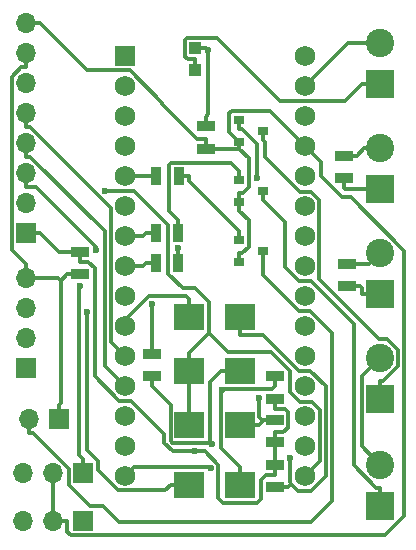
<source format=gbr>
G04 #@! TF.GenerationSoftware,KiCad,Pcbnew,5.0.0*
G04 #@! TF.CreationDate,2018-09-23T10:29:23+02:00*
G04 #@! TF.ProjectId,openReflow,6F70656E5265666C6F772E6B69636164,rev?*
G04 #@! TF.SameCoordinates,Original*
G04 #@! TF.FileFunction,Copper,L1,Top,Signal*
G04 #@! TF.FilePolarity,Positive*
%FSLAX46Y46*%
G04 Gerber Fmt 4.6, Leading zero omitted, Abs format (unit mm)*
G04 Created by KiCad (PCBNEW 5.0.0) date Sun Sep 23 10:29:23 2018*
%MOMM*%
%LPD*%
G01*
G04 APERTURE LIST*
G04 #@! TA.AperFunction,ComponentPad*
%ADD10R,1.700000X1.700000*%
G04 #@! TD*
G04 #@! TA.AperFunction,ComponentPad*
%ADD11O,1.700000X1.700000*%
G04 #@! TD*
G04 #@! TA.AperFunction,SMDPad,CuDef*
%ADD12R,1.100000X1.070000*%
G04 #@! TD*
G04 #@! TA.AperFunction,SMDPad,CuDef*
%ADD13R,1.500000X0.970000*%
G04 #@! TD*
G04 #@! TA.AperFunction,SMDPad,CuDef*
%ADD14R,2.500000X2.300000*%
G04 #@! TD*
G04 #@! TA.AperFunction,ComponentPad*
%ADD15R,2.400000X2.400000*%
G04 #@! TD*
G04 #@! TA.AperFunction,ComponentPad*
%ADD16C,2.400000*%
G04 #@! TD*
G04 #@! TA.AperFunction,SMDPad,CuDef*
%ADD17R,0.970000X1.500000*%
G04 #@! TD*
G04 #@! TA.AperFunction,ComponentPad*
%ADD18C,1.727200*%
G04 #@! TD*
G04 #@! TA.AperFunction,ComponentPad*
%ADD19R,1.727200X1.727200*%
G04 #@! TD*
G04 #@! TA.AperFunction,SMDPad,CuDef*
%ADD20R,0.900000X0.800000*%
G04 #@! TD*
G04 #@! TA.AperFunction,ViaPad*
%ADD21C,0.600000*%
G04 #@! TD*
G04 #@! TA.AperFunction,Conductor*
%ADD22C,0.300000*%
G04 #@! TD*
G04 APERTURE END LIST*
D10*
G04 #@! TO.P,J5,1*
G04 #@! TO.N,GND*
X78232000Y-128016000D03*
D11*
G04 #@! TO.P,J5,2*
G04 #@! TO.N,Net-(J5-Pad2)*
X75692000Y-128016000D03*
G04 #@! TD*
D12*
G04 #@! TO.P,C1,1*
G04 #@! TO.N,VIN*
X89789000Y-98461000D03*
G04 #@! TO.P,C1,2*
G04 #@! TO.N,GND*
X89789000Y-96611000D03*
G04 #@! TD*
D13*
G04 #@! TO.P,C3,1*
G04 #@! TO.N,Net-(C3-Pad1)*
X102362000Y-107635000D03*
G04 #@! TO.P,C3,2*
G04 #@! TO.N,Net-(C3-Pad2)*
X102362000Y-105725000D03*
G04 #@! TD*
G04 #@! TO.P,C4,1*
G04 #@! TO.N,3V3*
X80010000Y-113853000D03*
G04 #@! TO.P,C4,2*
G04 #@! TO.N,GND*
X80010000Y-115763000D03*
G04 #@! TD*
G04 #@! TO.P,C5,1*
G04 #@! TO.N,5V*
X90678000Y-105156000D03*
G04 #@! TO.P,C5,2*
G04 #@! TO.N,GND*
X90678000Y-103246000D03*
G04 #@! TD*
G04 #@! TO.P,C6,1*
G04 #@! TO.N,Net-(C6-Pad1)*
X102616000Y-116779000D03*
G04 #@! TO.P,C6,2*
G04 #@! TO.N,Net-(C6-Pad2)*
X102616000Y-114869000D03*
G04 #@! TD*
D14*
G04 #@! TO.P,D1,1*
G04 #@! TO.N,SCK*
X89290000Y-128524000D03*
G04 #@! TO.P,D1,2*
G04 #@! TO.N,Net-(D1-Pad2)*
X93590000Y-128524000D03*
G04 #@! TD*
G04 #@! TO.P,D2,1*
G04 #@! TO.N,TC1_CS*
X89290000Y-133604000D03*
G04 #@! TO.P,D2,2*
G04 #@! TO.N,Net-(D2-Pad2)*
X93590000Y-133604000D03*
G04 #@! TD*
G04 #@! TO.P,D3,1*
G04 #@! TO.N,SCK*
X89290000Y-123952000D03*
G04 #@! TO.P,D3,2*
G04 #@! TO.N,Net-(D3-Pad2)*
X93590000Y-123952000D03*
G04 #@! TD*
G04 #@! TO.P,D4,1*
G04 #@! TO.N,TC2_CS*
X89290000Y-119380000D03*
G04 #@! TO.P,D4,2*
G04 #@! TO.N,Net-(D4-Pad2)*
X93590000Y-119380000D03*
G04 #@! TD*
D15*
G04 #@! TO.P,J1,1*
G04 #@! TO.N,VIN*
X105410000Y-99695000D03*
D16*
G04 #@! TO.P,J1,2*
G04 #@! TO.N,GND*
X105410000Y-96195000D03*
G04 #@! TD*
D15*
G04 #@! TO.P,J2,1*
G04 #@! TO.N,Net-(C3-Pad1)*
X105410000Y-108585000D03*
D16*
G04 #@! TO.P,J2,2*
G04 #@! TO.N,Net-(C3-Pad2)*
X105410000Y-105085000D03*
G04 #@! TD*
D15*
G04 #@! TO.P,J3,1*
G04 #@! TO.N,Net-(C6-Pad1)*
X105410000Y-117475000D03*
D16*
G04 #@! TO.P,J3,2*
G04 #@! TO.N,Net-(C6-Pad2)*
X105410000Y-113975000D03*
G04 #@! TD*
D10*
G04 #@! TO.P,J4,1*
G04 #@! TO.N,3V3*
X75438000Y-112268000D03*
D11*
G04 #@! TO.P,J4,2*
G04 #@! TO.N,SCK*
X75438000Y-109728000D03*
G04 #@! TO.P,J4,3*
G04 #@! TO.N,SDA*
X75438000Y-107188000D03*
G04 #@! TO.P,J4,4*
G04 #@! TO.N,DC*
X75438000Y-104648000D03*
G04 #@! TO.P,J4,5*
G04 #@! TO.N,RESET_TFT*
X75438000Y-102108000D03*
G04 #@! TO.P,J4,6*
G04 #@! TO.N,CS*
X75438000Y-99568000D03*
G04 #@! TO.P,J4,7*
G04 #@! TO.N,GND*
X75438000Y-97028000D03*
G04 #@! TO.P,J4,8*
G04 #@! TO.N,5V*
X75438000Y-94488000D03*
G04 #@! TD*
D10*
G04 #@! TO.P,J6,1*
G04 #@! TO.N,Status_LED*
X80264000Y-132588000D03*
D11*
G04 #@! TO.P,J6,2*
G04 #@! TO.N,5V*
X77724000Y-132588000D03*
G04 #@! TO.P,J6,3*
G04 #@! TO.N,GND*
X75184000Y-132588000D03*
G04 #@! TD*
D15*
G04 #@! TO.P,J7,1*
G04 #@! TO.N,Net-(J7-Pad1)*
X105410000Y-135382000D03*
D16*
G04 #@! TO.P,J7,2*
G04 #@! TO.N,GND*
X105410000Y-131882000D03*
G04 #@! TD*
D15*
G04 #@! TO.P,J8,1*
G04 #@! TO.N,Net-(J8-Pad1)*
X105410000Y-126365000D03*
D16*
G04 #@! TO.P,J8,2*
G04 #@! TO.N,GND*
X105410000Y-122865000D03*
G04 #@! TD*
D10*
G04 #@! TO.P,J9,1*
G04 #@! TO.N,Servo*
X80264000Y-136652000D03*
D11*
G04 #@! TO.P,J9,2*
G04 #@! TO.N,5V*
X77724000Y-136652000D03*
G04 #@! TO.P,J9,3*
G04 #@! TO.N,GND*
X75184000Y-136652000D03*
G04 #@! TD*
D13*
G04 #@! TO.P,R1,1*
G04 #@! TO.N,3V3*
X96520000Y-126304000D03*
G04 #@! TO.P,R1,2*
G04 #@! TO.N,Net-(D2-Pad2)*
X96520000Y-124394000D03*
G04 #@! TD*
G04 #@! TO.P,R2,1*
G04 #@! TO.N,3V3*
X96520000Y-129987000D03*
G04 #@! TO.P,R2,2*
G04 #@! TO.N,Net-(D1-Pad2)*
X96520000Y-128077000D03*
G04 #@! TD*
G04 #@! TO.P,R3,1*
G04 #@! TO.N,3V3*
X96520000Y-131887000D03*
G04 #@! TO.P,R3,2*
G04 #@! TO.N,Net-(D4-Pad2)*
X96520000Y-133797000D03*
G04 #@! TD*
G04 #@! TO.P,R4,1*
G04 #@! TO.N,3V3*
X86106000Y-122489000D03*
G04 #@! TO.P,R4,2*
G04 #@! TO.N,Net-(D3-Pad2)*
X86106000Y-124399000D03*
G04 #@! TD*
D17*
G04 #@! TO.P,R5,1*
G04 #@! TO.N,Net-(Q2-Pad1)*
X88331000Y-112268000D03*
G04 #@! TO.P,R5,2*
G04 #@! TO.N,SSR1*
X86421000Y-112268000D03*
G04 #@! TD*
D18*
G04 #@! TO.P,XA1,VIN*
G04 #@! TO.N,N/C*
X99060000Y-97282000D03*
G04 #@! TO.P,XA1,GND2*
G04 #@! TO.N,GND*
X99060000Y-99822000D03*
G04 #@! TO.P,XA1,RST2*
G04 #@! TO.N,N/C*
X99060000Y-102362000D03*
G04 #@! TO.P,XA1,5V*
G04 #@! TO.N,5V*
X99060000Y-104902000D03*
G04 #@! TO.P,XA1,A7*
G04 #@! TO.N,N/C*
X99060000Y-107442000D03*
G04 #@! TO.P,XA1,A6*
X99060000Y-109982000D03*
G04 #@! TO.P,XA1,A5*
X99060000Y-112522000D03*
G04 #@! TO.P,XA1,A4*
G04 #@! TO.N,SDA*
X99060000Y-115062000D03*
G04 #@! TO.P,XA1,A3*
G04 #@! TO.N,N/C*
X99060000Y-117602000D03*
G04 #@! TO.P,XA1,A2*
G04 #@! TO.N,A2*
X99060000Y-120142000D03*
G04 #@! TO.P,XA1,A1*
G04 #@! TO.N,A1*
X99060000Y-122682000D03*
G04 #@! TO.P,XA1,A0*
G04 #@! TO.N,A0*
X99060000Y-125222000D03*
G04 #@! TO.P,XA1,AREF*
G04 #@! TO.N,N/C*
X99060000Y-127762000D03*
G04 #@! TO.P,XA1,3V3*
X99060000Y-130302000D03*
G04 #@! TO.P,XA1,D13*
G04 #@! TO.N,SCK*
X99060000Y-132842000D03*
G04 #@! TO.P,XA1,D12*
G04 #@! TO.N,MISO*
X83820000Y-132842000D03*
G04 #@! TO.P,XA1,D11*
G04 #@! TO.N,Servo*
X83820000Y-130302000D03*
G04 #@! TO.P,XA1,D10*
G04 #@! TO.N,CS*
X83820000Y-127762000D03*
G04 #@! TO.P,XA1,D9*
G04 #@! TO.N,DC*
X83820000Y-125222000D03*
G04 #@! TO.P,XA1,D8*
G04 #@! TO.N,RESET_TFT*
X83820000Y-122682000D03*
G04 #@! TO.P,XA1,D7*
G04 #@! TO.N,TC2_CS*
X83820000Y-120142000D03*
G04 #@! TO.P,XA1,D6*
G04 #@! TO.N,TC1_CS*
X83820000Y-117602000D03*
G04 #@! TO.P,XA1,D5*
G04 #@! TO.N,SSR2*
X83820000Y-115062000D03*
G04 #@! TO.P,XA1,D4*
G04 #@! TO.N,SSR1*
X83820000Y-112522000D03*
G04 #@! TO.P,XA1,D3*
G04 #@! TO.N,Status_LED*
X83820000Y-109982000D03*
G04 #@! TO.P,XA1,D2*
G04 #@! TO.N,Buzzer*
X83820000Y-107442000D03*
G04 #@! TO.P,XA1,GND1*
G04 #@! TO.N,GND*
X83820000Y-104902000D03*
G04 #@! TO.P,XA1,RST1*
G04 #@! TO.N,N/C*
X83820000Y-102362000D03*
G04 #@! TO.P,XA1,D0*
X83820000Y-99822000D03*
D19*
G04 #@! TO.P,XA1,D1*
X83820000Y-97282000D03*
G04 #@! TD*
D17*
G04 #@! TO.P,R6,1*
G04 #@! TO.N,Net-(Q1-Pad1)*
X88392000Y-107442000D03*
G04 #@! TO.P,R6,2*
G04 #@! TO.N,Buzzer*
X86482000Y-107442000D03*
G04 #@! TD*
G04 #@! TO.P,R7,1*
G04 #@! TO.N,Net-(Q3-Pad1)*
X88331000Y-114808000D03*
G04 #@! TO.P,R7,2*
G04 #@! TO.N,SSR2*
X86421000Y-114808000D03*
G04 #@! TD*
D10*
G04 #@! TO.P,J10,1*
G04 #@! TO.N,A0*
X75438000Y-123698000D03*
D11*
G04 #@! TO.P,J10,2*
G04 #@! TO.N,A1*
X75438000Y-121158000D03*
G04 #@! TO.P,J10,3*
G04 #@! TO.N,A2*
X75438000Y-118618000D03*
G04 #@! TO.P,J10,4*
G04 #@! TO.N,GND*
X75438000Y-116078000D03*
G04 #@! TD*
D20*
G04 #@! TO.P,Q1,1*
G04 #@! TO.N,Net-(Q1-Pad1)*
X93488000Y-112842000D03*
G04 #@! TO.P,Q1,2*
G04 #@! TO.N,5V*
X93488000Y-114742000D03*
G04 #@! TO.P,Q1,3*
G04 #@! TO.N,Net-(J5-Pad2)*
X95488000Y-113792000D03*
G04 #@! TD*
G04 #@! TO.P,Q2,3*
G04 #@! TO.N,Net-(J7-Pad1)*
X95504000Y-108712000D03*
G04 #@! TO.P,Q2,2*
G04 #@! TO.N,5V*
X93504000Y-109662000D03*
G04 #@! TO.P,Q2,1*
G04 #@! TO.N,Net-(Q2-Pad1)*
X93504000Y-107762000D03*
G04 #@! TD*
G04 #@! TO.P,Q3,1*
G04 #@! TO.N,Net-(Q3-Pad1)*
X93488000Y-102682000D03*
G04 #@! TO.P,Q3,2*
G04 #@! TO.N,5V*
X93488000Y-104582000D03*
G04 #@! TO.P,Q3,3*
G04 #@! TO.N,Net-(J8-Pad1)*
X95488000Y-103632000D03*
G04 #@! TD*
D21*
G04 #@! TO.N,GND*
X90887900Y-96752300D03*
G04 #@! TO.N,3V3*
X86106500Y-118242700D03*
X89717400Y-130765500D03*
G04 #@! TO.N,SCK*
X82140000Y-108716000D03*
G04 #@! TO.N,Net-(D1-Pad2)*
X95215500Y-126237500D03*
G04 #@! TO.N,TC1_CS*
X80626900Y-118935100D03*
G04 #@! TO.N,Net-(D2-Pad2)*
X92077500Y-125573600D03*
G04 #@! TO.N,Net-(D3-Pad2)*
X91180100Y-130175000D03*
G04 #@! TO.N,Net-(D4-Pad2)*
X97774900Y-131331300D03*
G04 #@! TO.N,SDA*
X81366200Y-113688400D03*
G04 #@! TO.N,Status_LED*
X79985000Y-116789500D03*
G04 #@! TO.N,MISO*
X91087000Y-132191900D03*
G04 #@! TO.N,Net-(Q3-Pad1)*
X88331000Y-113538000D03*
X95010300Y-107636000D03*
G04 #@! TD*
D22*
G04 #@! TO.N,VIN*
X89789000Y-98461000D02*
X89789000Y-97575700D01*
X105410000Y-99695000D02*
X103859700Y-99695000D01*
X103859700Y-99695000D02*
X102462700Y-101092000D01*
X102462700Y-101092000D02*
X96970000Y-101092000D01*
X96970000Y-101092000D02*
X91603600Y-95725600D01*
X91603600Y-95725600D02*
X89078600Y-95725600D01*
X89078600Y-95725600D02*
X88888600Y-95915600D01*
X88888600Y-95915600D02*
X88888600Y-97339300D01*
X88888600Y-97339300D02*
X89125000Y-97575700D01*
X89125000Y-97575700D02*
X89789000Y-97575700D01*
G04 #@! TO.N,GND*
X78232000Y-126815700D02*
X78374800Y-126672900D01*
X78374800Y-126672900D02*
X78374800Y-116298000D01*
X78374800Y-116298000D02*
X78374800Y-116297900D01*
X78374800Y-116297900D02*
X78154800Y-116078000D01*
X78154800Y-116078000D02*
X75438000Y-116078000D01*
X78909700Y-115763000D02*
X78374800Y-116297900D01*
X90678000Y-103246000D02*
X90678000Y-102410700D01*
X90678000Y-102410700D02*
X90887900Y-102200800D01*
X90887900Y-102200800D02*
X90887900Y-96752300D01*
X89789000Y-96611000D02*
X90689300Y-96611000D01*
X90887900Y-96752300D02*
X90830600Y-96752300D01*
X90830600Y-96752300D02*
X90689300Y-96611000D01*
X75438000Y-116078000D02*
X75438000Y-114877700D01*
X75438000Y-114877700D02*
X74237300Y-113677000D01*
X74237300Y-113677000D02*
X74237300Y-99055900D01*
X74237300Y-99055900D02*
X75064900Y-98228300D01*
X75064900Y-98228300D02*
X75438000Y-98228300D01*
X75438000Y-97028000D02*
X75438000Y-98228300D01*
X105410000Y-131882000D02*
X103859700Y-130331700D01*
X103859700Y-130331700D02*
X103859700Y-124415300D01*
X103859700Y-124415300D02*
X105410000Y-122865000D01*
X105410000Y-96195000D02*
X102687000Y-96195000D01*
X102687000Y-96195000D02*
X99060000Y-99822000D01*
X78232000Y-128016000D02*
X78232000Y-126815700D01*
X80010000Y-115763000D02*
X78909700Y-115763000D01*
G04 #@! TO.N,3V3*
X96520000Y-132722300D02*
X95789100Y-132722300D01*
X95789100Y-132722300D02*
X95305000Y-133206400D01*
X95305000Y-133206400D02*
X95305000Y-134813200D01*
X95305000Y-134813200D02*
X95013800Y-135104400D01*
X95013800Y-135104400D02*
X92131900Y-135104400D01*
X92131900Y-135104400D02*
X91737300Y-134709800D01*
X91737300Y-134709800D02*
X91737300Y-131922500D01*
X91737300Y-131922500D02*
X90580300Y-130765500D01*
X90580300Y-130765500D02*
X89717400Y-130765500D01*
X96520000Y-131887000D02*
X96520000Y-132722300D01*
X80010000Y-114688300D02*
X80740900Y-114688300D01*
X80740900Y-114688300D02*
X81277300Y-115224700D01*
X81277300Y-115224700D02*
X81277300Y-124414800D01*
X81277300Y-124414800D02*
X83354500Y-126492000D01*
X83354500Y-126492000D02*
X84314900Y-126492000D01*
X84314900Y-126492000D02*
X87128500Y-129305600D01*
X87128500Y-129305600D02*
X87128500Y-130013000D01*
X87128500Y-130013000D02*
X87881000Y-130765500D01*
X87881000Y-130765500D02*
X89717400Y-130765500D01*
X86106000Y-122489000D02*
X86106000Y-121653700D01*
X86106500Y-118242700D02*
X86106500Y-121653200D01*
X86106500Y-121653200D02*
X86106000Y-121653700D01*
X96520000Y-129987000D02*
X96520000Y-129151700D01*
X96520000Y-129151700D02*
X97250900Y-129151700D01*
X97250900Y-129151700D02*
X97620300Y-128782300D01*
X97620300Y-128782300D02*
X97620300Y-127404300D01*
X97620300Y-127404300D02*
X97355300Y-127139300D01*
X97355300Y-127139300D02*
X96520000Y-127139300D01*
X96520000Y-131887000D02*
X96520000Y-129987000D01*
X96520000Y-126304000D02*
X96520000Y-127139300D01*
X80010000Y-113853000D02*
X80010000Y-114688300D01*
X79459900Y-113853000D02*
X80010000Y-113853000D01*
X79459900Y-113853000D02*
X78909700Y-113853000D01*
X76638300Y-112268000D02*
X78223300Y-113853000D01*
X78223300Y-113853000D02*
X78909700Y-113853000D01*
X75438000Y-112268000D02*
X76638300Y-112268000D01*
G04 #@! TO.N,Net-(C3-Pad1)*
X102362000Y-107635000D02*
X102362000Y-108470300D01*
X105410000Y-108585000D02*
X102476700Y-108585000D01*
X102476700Y-108585000D02*
X102362000Y-108470300D01*
G04 #@! TO.N,Net-(C3-Pad2)*
X102362000Y-105725000D02*
X103462300Y-105725000D01*
X105410000Y-105085000D02*
X104102300Y-105085000D01*
X104102300Y-105085000D02*
X103462300Y-105725000D01*
G04 #@! TO.N,5V*
X93488000Y-105146500D02*
X94304400Y-105962900D01*
X94304400Y-105962900D02*
X94304400Y-108392700D01*
X94304400Y-108392700D02*
X93785400Y-108911700D01*
X93785400Y-108911700D02*
X93504000Y-108911700D01*
X90678000Y-105156000D02*
X90678000Y-104320700D01*
X75438000Y-94488000D02*
X76638300Y-94488000D01*
X76638300Y-94488000D02*
X80646300Y-98496000D01*
X80646300Y-98496000D02*
X84233500Y-98496000D01*
X84233500Y-98496000D02*
X86965800Y-101228300D01*
X86965800Y-101228300D02*
X86965800Y-101336000D01*
X86965800Y-101336000D02*
X89950500Y-104320700D01*
X89950500Y-104320700D02*
X90678000Y-104320700D01*
X99060000Y-104902000D02*
X96089700Y-101931700D01*
X96089700Y-101931700D02*
X92882800Y-101931700D01*
X92882800Y-101931700D02*
X92669500Y-102145000D01*
X92669500Y-102145000D02*
X92669500Y-103763500D01*
X92669500Y-103763500D02*
X93488000Y-104582000D01*
X78924300Y-136652000D02*
X78924300Y-137552200D01*
X78924300Y-137552200D02*
X79224500Y-137852400D01*
X79224500Y-137852400D02*
X105837400Y-137852400D01*
X105837400Y-137852400D02*
X107478400Y-136211400D01*
X107478400Y-136211400D02*
X107478400Y-113779300D01*
X107478400Y-113779300D02*
X102964400Y-109265300D01*
X102964400Y-109265300D02*
X102243600Y-109265300D01*
X102243600Y-109265300D02*
X100386000Y-107407700D01*
X100386000Y-107407700D02*
X100386000Y-106228000D01*
X100386000Y-106228000D02*
X99060000Y-104902000D01*
X93488000Y-105146500D02*
X91787800Y-105146500D01*
X91787800Y-105146500D02*
X91778300Y-105156000D01*
X93488000Y-104738300D02*
X93488000Y-105146500D01*
X90678000Y-105156000D02*
X91778300Y-105156000D01*
X93504000Y-109662000D02*
X93504000Y-108911700D01*
X93488000Y-114742000D02*
X93488000Y-113991700D01*
X93504000Y-109662000D02*
X93504000Y-110412300D01*
X93504000Y-110412300D02*
X94288400Y-111196700D01*
X94288400Y-111196700D02*
X94288400Y-113472700D01*
X94288400Y-113472700D02*
X93769400Y-113991700D01*
X93769400Y-113991700D02*
X93488000Y-113991700D01*
X77724000Y-136652000D02*
X78924300Y-136652000D01*
X77724000Y-132588000D02*
X77724000Y-136652000D01*
X93488000Y-104582000D02*
X93488000Y-104738300D01*
G04 #@! TO.N,Net-(C6-Pad1)*
X105410000Y-117475000D02*
X103859700Y-117475000D01*
X102616000Y-116779000D02*
X103716300Y-116779000D01*
X103859700Y-117475000D02*
X103859700Y-116922400D01*
X103859700Y-116922400D02*
X103716300Y-116779000D01*
G04 #@! TO.N,Net-(C6-Pad2)*
X105410000Y-113975000D02*
X104516000Y-114869000D01*
X104516000Y-114869000D02*
X102616000Y-114869000D01*
G04 #@! TO.N,SCK*
X90964100Y-120777600D02*
X92521000Y-122334500D01*
X92521000Y-122334500D02*
X96190900Y-122334500D01*
X96190900Y-122334500D02*
X97823900Y-123967500D01*
X97823900Y-123967500D02*
X97823900Y-125715700D01*
X97823900Y-125715700D02*
X98656200Y-126548000D01*
X98656200Y-126548000D02*
X99631200Y-126548000D01*
X99631200Y-126548000D02*
X100316100Y-127232900D01*
X100316100Y-127232900D02*
X100316100Y-131585900D01*
X100316100Y-131585900D02*
X99060000Y-132842000D01*
X90964100Y-120777600D02*
X89290000Y-122451700D01*
X82140000Y-108716000D02*
X84606500Y-108716000D01*
X84606500Y-108716000D02*
X87495600Y-111605100D01*
X87495600Y-111605100D02*
X87495600Y-115749500D01*
X87495600Y-115749500D02*
X88711700Y-116965600D01*
X88711700Y-116965600D02*
X89784900Y-116965600D01*
X89784900Y-116965600D02*
X90964100Y-118144800D01*
X90964100Y-118144800D02*
X90964100Y-120777600D01*
X89290000Y-123952000D02*
X89290000Y-122451700D01*
X89290000Y-128524000D02*
X89290000Y-127023700D01*
X89290000Y-123952000D02*
X89290000Y-127023700D01*
G04 #@! TO.N,Net-(D1-Pad2)*
X95419700Y-128077000D02*
X95215500Y-127872800D01*
X95215500Y-127872800D02*
X95215500Y-126237500D01*
X96520000Y-128077000D02*
X95419700Y-128077000D01*
X93590000Y-128524000D02*
X95190300Y-128524000D01*
X95190300Y-128524000D02*
X95419700Y-128294600D01*
X95419700Y-128294600D02*
X95419700Y-128077000D01*
G04 #@! TO.N,TC1_CS*
X87689700Y-133604000D02*
X87225100Y-134068600D01*
X87225100Y-134068600D02*
X83255300Y-134068600D01*
X83255300Y-134068600D02*
X81547100Y-132360400D01*
X81547100Y-132360400D02*
X81547100Y-131578000D01*
X81547100Y-131578000D02*
X80626900Y-130657800D01*
X80626900Y-130657800D02*
X80626900Y-118935100D01*
X89290000Y-133604000D02*
X87689700Y-133604000D01*
G04 #@! TO.N,Net-(D2-Pad2)*
X93590000Y-132103700D02*
X91928900Y-130442600D01*
X91928900Y-130442600D02*
X91928900Y-125722200D01*
X91928900Y-125722200D02*
X92077500Y-125573600D01*
X93590000Y-133604000D02*
X93590000Y-132103700D01*
X96520000Y-125229300D02*
X96280700Y-125468600D01*
X96280700Y-125468600D02*
X92182500Y-125468600D01*
X92182500Y-125468600D02*
X92077500Y-125573600D01*
X96520000Y-124394000D02*
X96520000Y-125229300D01*
G04 #@! TO.N,Net-(D3-Pad2)*
X91029500Y-130024400D02*
X91180100Y-130175000D01*
X86106000Y-125234300D02*
X87689600Y-126817900D01*
X87689600Y-126817900D02*
X87689600Y-129866600D01*
X87689600Y-129866600D02*
X87847400Y-130024400D01*
X87847400Y-130024400D02*
X91029500Y-130024400D01*
X91989700Y-123952000D02*
X91029500Y-124912200D01*
X91029500Y-124912200D02*
X91029500Y-130024400D01*
X86106000Y-124399000D02*
X86106000Y-125234300D01*
X93590000Y-123952000D02*
X91989700Y-123952000D01*
G04 #@! TO.N,TC2_CS*
X89290000Y-117879700D02*
X89002700Y-117592400D01*
X89002700Y-117592400D02*
X85837200Y-117592400D01*
X85837200Y-117592400D02*
X83820000Y-119609600D01*
X83820000Y-119609600D02*
X83820000Y-120142000D01*
X89290000Y-119380000D02*
X89290000Y-117879700D01*
G04 #@! TO.N,Net-(D4-Pad2)*
X93590000Y-120880300D02*
X95532500Y-120880300D01*
X95532500Y-120880300D02*
X98604200Y-123952000D01*
X98604200Y-123952000D02*
X99519300Y-123952000D01*
X99519300Y-123952000D02*
X100828000Y-125260700D01*
X100828000Y-125260700D02*
X100828000Y-132811100D01*
X100828000Y-132811100D02*
X99557800Y-134081300D01*
X99557800Y-134081300D02*
X98494800Y-134081300D01*
X98494800Y-134081300D02*
X97915400Y-133501900D01*
X97915400Y-133501900D02*
X97774900Y-133361400D01*
X97774900Y-133361400D02*
X97774900Y-131331300D01*
X97915400Y-133501900D02*
X97620300Y-133797000D01*
X96520000Y-133797000D02*
X97620300Y-133797000D01*
X93590000Y-119380000D02*
X93590000Y-120880300D01*
G04 #@! TO.N,SDA*
X75438000Y-108388300D02*
X76285200Y-108388300D01*
X76285200Y-108388300D02*
X81366200Y-113469300D01*
X81366200Y-113469300D02*
X81366200Y-113688400D01*
X75438000Y-107188000D02*
X75438000Y-108388300D01*
G04 #@! TO.N,DC*
X75438000Y-104648000D02*
X75438000Y-105848300D01*
X83820000Y-125222000D02*
X82105600Y-123507600D01*
X82105600Y-123507600D02*
X82105600Y-112142900D01*
X82105600Y-112142900D02*
X75811000Y-105848300D01*
X75811000Y-105848300D02*
X75438000Y-105848300D01*
G04 #@! TO.N,RESET_TFT*
X75438000Y-102108000D02*
X75438000Y-103308300D01*
X83820000Y-122682000D02*
X82606000Y-121468000D01*
X82606000Y-121468000D02*
X82606000Y-110118300D01*
X82606000Y-110118300D02*
X75796000Y-103308300D01*
X75796000Y-103308300D02*
X75438000Y-103308300D01*
G04 #@! TO.N,Net-(J5-Pad2)*
X75692000Y-128016000D02*
X75692000Y-129216300D01*
X95488000Y-113792000D02*
X95488000Y-115824300D01*
X95488000Y-115824300D02*
X98535700Y-118872000D01*
X98535700Y-118872000D02*
X99513600Y-118872000D01*
X99513600Y-118872000D02*
X101351200Y-120709600D01*
X101351200Y-120709600D02*
X101351200Y-134957100D01*
X101351200Y-134957100D02*
X99577400Y-136730900D01*
X99577400Y-136730900D02*
X83296100Y-136730900D01*
X83296100Y-136730900D02*
X81947200Y-135382000D01*
X81947200Y-135382000D02*
X80858800Y-135382000D01*
X80858800Y-135382000D02*
X79063600Y-133586800D01*
X79063600Y-133586800D02*
X79063600Y-132214900D01*
X79063600Y-132214900D02*
X76065000Y-129216300D01*
X76065000Y-129216300D02*
X75692000Y-129216300D01*
G04 #@! TO.N,Status_LED*
X80264000Y-131387700D02*
X79929800Y-131053500D01*
X79929800Y-131053500D02*
X79929800Y-116844700D01*
X79929800Y-116844700D02*
X79985000Y-116789500D01*
X80264000Y-132588000D02*
X80264000Y-131387700D01*
G04 #@! TO.N,Net-(J7-Pad1)*
X105410000Y-135382000D02*
X105410000Y-133831700D01*
X95504000Y-108712000D02*
X95504000Y-109462300D01*
X95504000Y-109462300D02*
X97408000Y-111366300D01*
X97408000Y-111366300D02*
X97408000Y-115147300D01*
X97408000Y-115147300D02*
X98592700Y-116332000D01*
X98592700Y-116332000D02*
X99564600Y-116332000D01*
X99564600Y-116332000D02*
X103232000Y-119999400D01*
X103232000Y-119999400D02*
X103232000Y-131944400D01*
X103232000Y-131944400D02*
X105119300Y-133831700D01*
X105119300Y-133831700D02*
X105410000Y-133831700D01*
G04 #@! TO.N,Net-(J8-Pad1)*
X105410000Y-124814700D02*
X105700800Y-124814700D01*
X105700800Y-124814700D02*
X106960300Y-123555200D01*
X106960300Y-123555200D02*
X106960300Y-122189200D01*
X106960300Y-122189200D02*
X106025200Y-121254100D01*
X106025200Y-121254100D02*
X105333300Y-121254100D01*
X105333300Y-121254100D02*
X100273900Y-116194700D01*
X100273900Y-116194700D02*
X100273900Y-109479100D01*
X100273900Y-109479100D02*
X99562900Y-108768100D01*
X99562900Y-108768100D02*
X98660400Y-108768100D01*
X98660400Y-108768100D02*
X95695200Y-105802900D01*
X95695200Y-105802900D02*
X95695200Y-104589500D01*
X95695200Y-104589500D02*
X95488000Y-104382300D01*
X105410000Y-126365000D02*
X105410000Y-124814700D01*
X95488000Y-103632000D02*
X95488000Y-104382300D01*
G04 #@! TO.N,SSR1*
X86421000Y-112268000D02*
X85585700Y-112268000D01*
X83820000Y-112522000D02*
X85331700Y-112522000D01*
X85331700Y-112522000D02*
X85585700Y-112268000D01*
G04 #@! TO.N,Buzzer*
X83820000Y-107442000D02*
X86482000Y-107442000D01*
G04 #@! TO.N,SSR2*
X86421000Y-114808000D02*
X85585700Y-114808000D01*
X83820000Y-115062000D02*
X85331700Y-115062000D01*
X85331700Y-115062000D02*
X85585700Y-114808000D01*
G04 #@! TO.N,MISO*
X83820000Y-132842000D02*
X84558300Y-132103700D01*
X84558300Y-132103700D02*
X90998800Y-132103700D01*
X90998800Y-132103700D02*
X91087000Y-132191900D01*
G04 #@! TO.N,Net-(Q1-Pad1)*
X88392000Y-107442000D02*
X89227300Y-107442000D01*
X93488000Y-112842000D02*
X93488000Y-112091700D01*
X93488000Y-112091700D02*
X89227300Y-107831000D01*
X89227300Y-107831000D02*
X89227300Y-107442000D01*
G04 #@! TO.N,Net-(Q2-Pad1)*
X93504000Y-107762000D02*
X93504000Y-107011700D01*
X88331000Y-112268000D02*
X88331000Y-111167700D01*
X88331000Y-111167700D02*
X87556600Y-110393300D01*
X87556600Y-110393300D02*
X87556600Y-106506200D01*
X87556600Y-106506200D02*
X87757600Y-106305200D01*
X87757600Y-106305200D02*
X92797500Y-106305200D01*
X92797500Y-106305200D02*
X93504000Y-107011700D01*
G04 #@! TO.N,Net-(Q3-Pad1)*
X88331000Y-113707700D02*
X88331000Y-113538000D01*
X93488000Y-102682000D02*
X93488000Y-103432300D01*
X88331000Y-114808000D02*
X88331000Y-113707700D01*
X93488000Y-103432300D02*
X93695900Y-103432300D01*
X93695900Y-103432300D02*
X95010300Y-104746700D01*
X95010300Y-104746700D02*
X95010300Y-107636000D01*
G04 #@! TD*
M02*

</source>
